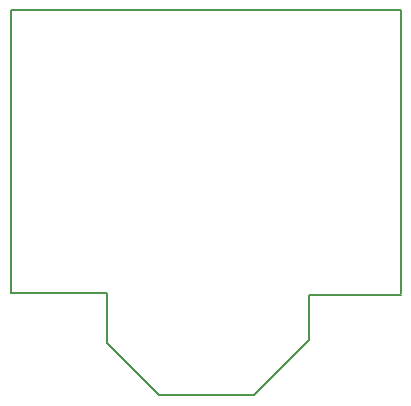
<source format=gm1>
G04 #@! TF.FileFunction,Profile,NP*
%FSLAX46Y46*%
G04 Gerber Fmt 4.6, Leading zero omitted, Abs format (unit mm)*
G04 Created by KiCad (PCBNEW 4.0.7-e2-6376~58~ubuntu16.04.1) date Mon Dec 11 22:14:59 2017*
%MOMM*%
%LPD*%
G01*
G04 APERTURE LIST*
%ADD10C,0.100000*%
%ADD11C,0.150000*%
G04 APERTURE END LIST*
D10*
D11*
X152146000Y-130429000D02*
X159893000Y-130429000D01*
X152146000Y-134239000D02*
X152146000Y-130429000D01*
X147447000Y-138938000D02*
X152146000Y-134239000D01*
X139446000Y-138938000D02*
X147447000Y-138938000D01*
X135001000Y-134493000D02*
X139446000Y-138938000D01*
X135001000Y-130302000D02*
X135001000Y-134493000D01*
X126873000Y-130302000D02*
X135001000Y-130302000D01*
X159893000Y-130302000D02*
X159893000Y-106299000D01*
X126873000Y-106299000D02*
X126873000Y-130302000D01*
X159893000Y-106299000D02*
X126873000Y-106299000D01*
M02*

</source>
